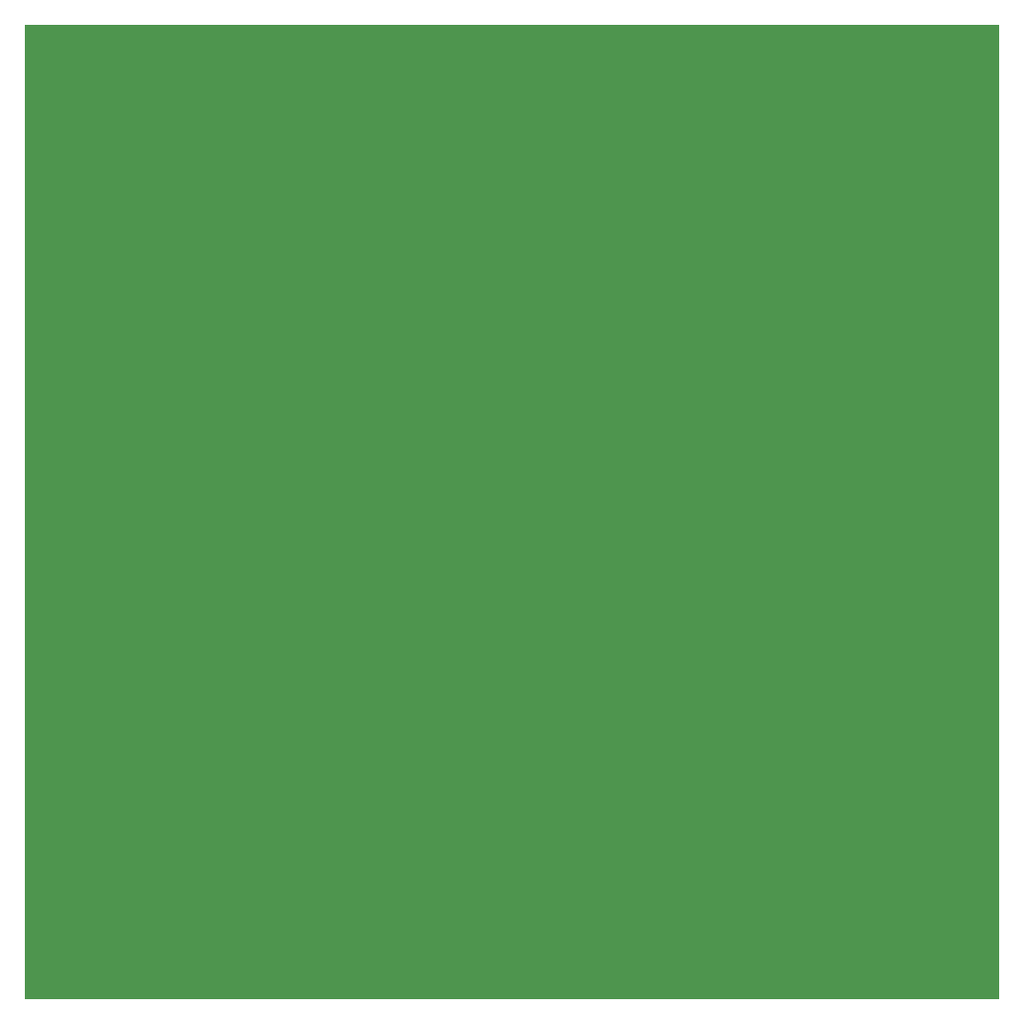
<source format=gts>
G04 #@! TF.FileFunction,Soldermask,Top*
%FSLAX46Y46*%
G04 Gerber Fmt 4.6, Leading zero omitted, Abs format (unit mm)*
G04 Created by KiCad (PCBNEW 4.0.5+dfsg1-4) date Wed May  9 12:10:57 2018*
%MOMM*%
%LPD*%
G01*
G04 APERTURE LIST*
%ADD10C,0.100000*%
G04 APERTURE END LIST*
D10*
G36*
X141500000Y-141500000D02*
X58500000Y-141500000D01*
X58500000Y-58500000D01*
X141500000Y-58500000D01*
X141500000Y-141500000D01*
X141500000Y-141500000D01*
G37*
M02*

</source>
